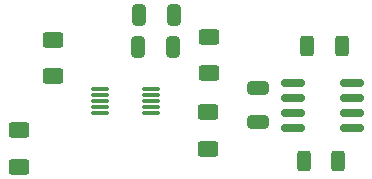
<source format=gbr>
%TF.GenerationSoftware,KiCad,Pcbnew,8.0.3*%
%TF.CreationDate,2024-10-20T16:03:45+03:00*%
%TF.ProjectId,SmartPot,536d6172-7450-46f7-942e-6b696361645f,rev?*%
%TF.SameCoordinates,Original*%
%TF.FileFunction,Paste,Bot*%
%TF.FilePolarity,Positive*%
%FSLAX46Y46*%
G04 Gerber Fmt 4.6, Leading zero omitted, Abs format (unit mm)*
G04 Created by KiCad (PCBNEW 8.0.3) date 2024-10-20 16:03:45*
%MOMM*%
%LPD*%
G01*
G04 APERTURE LIST*
G04 Aperture macros list*
%AMRoundRect*
0 Rectangle with rounded corners*
0 $1 Rounding radius*
0 $2 $3 $4 $5 $6 $7 $8 $9 X,Y pos of 4 corners*
0 Add a 4 corners polygon primitive as box body*
4,1,4,$2,$3,$4,$5,$6,$7,$8,$9,$2,$3,0*
0 Add four circle primitives for the rounded corners*
1,1,$1+$1,$2,$3*
1,1,$1+$1,$4,$5*
1,1,$1+$1,$6,$7*
1,1,$1+$1,$8,$9*
0 Add four rect primitives between the rounded corners*
20,1,$1+$1,$2,$3,$4,$5,0*
20,1,$1+$1,$4,$5,$6,$7,0*
20,1,$1+$1,$6,$7,$8,$9,0*
20,1,$1+$1,$8,$9,$2,$3,0*%
G04 Aperture macros list end*
%ADD10RoundRect,0.250000X-0.312500X-0.625000X0.312500X-0.625000X0.312500X0.625000X-0.312500X0.625000X0*%
%ADD11RoundRect,0.075000X0.650000X0.075000X-0.650000X0.075000X-0.650000X-0.075000X0.650000X-0.075000X0*%
%ADD12RoundRect,0.250000X0.625000X-0.400000X0.625000X0.400000X-0.625000X0.400000X-0.625000X-0.400000X0*%
%ADD13RoundRect,0.150000X0.825000X0.150000X-0.825000X0.150000X-0.825000X-0.150000X0.825000X-0.150000X0*%
%ADD14RoundRect,0.250000X-0.650000X0.325000X-0.650000X-0.325000X0.650000X-0.325000X0.650000X0.325000X0*%
%ADD15RoundRect,0.250000X0.312500X0.625000X-0.312500X0.625000X-0.312500X-0.625000X0.312500X-0.625000X0*%
%ADD16RoundRect,0.250000X-0.325000X-0.650000X0.325000X-0.650000X0.325000X0.650000X-0.325000X0.650000X0*%
%ADD17RoundRect,0.250000X-0.625000X0.400000X-0.625000X-0.400000X0.625000X-0.400000X0.625000X0.400000X0*%
G04 APERTURE END LIST*
D10*
%TO.C,R1*%
X205300000Y-101900000D03*
X208225000Y-101900000D03*
%TD*%
D11*
%TO.C,U2*%
X192100000Y-105550000D03*
X192100000Y-106050000D03*
X192100000Y-106550000D03*
X192100000Y-107050000D03*
X192100000Y-107550000D03*
X187700000Y-107550000D03*
X187700000Y-107050000D03*
X187700000Y-106550000D03*
X187700000Y-106050000D03*
X187700000Y-105550000D03*
%TD*%
D12*
%TO.C,R12*%
X196950000Y-104175000D03*
X196950000Y-101075000D03*
%TD*%
D13*
%TO.C,U4*%
X209050000Y-105010000D03*
X209050000Y-106280000D03*
X209050000Y-107550000D03*
X209050000Y-108820000D03*
X204100000Y-108820000D03*
X204100000Y-107550000D03*
X204100000Y-106280000D03*
X204100000Y-105010000D03*
%TD*%
D14*
%TO.C,C1*%
X201150000Y-105400000D03*
X201150000Y-108350000D03*
%TD*%
D15*
%TO.C,R2*%
X207912500Y-111650000D03*
X204987500Y-111650000D03*
%TD*%
D12*
%TO.C,R10*%
X183775000Y-104450000D03*
X183775000Y-101350000D03*
%TD*%
D16*
%TO.C,C2*%
X191000000Y-101950000D03*
X193950000Y-101950000D03*
%TD*%
D17*
%TO.C,R11*%
X196925000Y-107475000D03*
X196925000Y-110575000D03*
%TD*%
D16*
%TO.C,C3*%
X191050000Y-99225000D03*
X194000000Y-99225000D03*
%TD*%
D17*
%TO.C,R13*%
X180900000Y-109025000D03*
X180900000Y-112125000D03*
%TD*%
M02*

</source>
